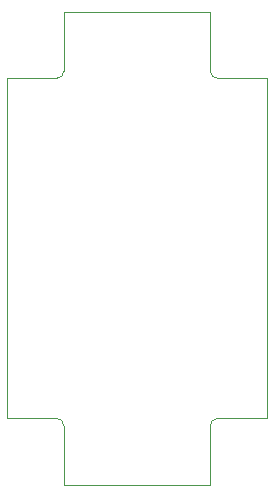
<source format=gbr>
%TF.GenerationSoftware,KiCad,Pcbnew,8.0.1*%
%TF.CreationDate,2024-06-22T11:42:11+02:00*%
%TF.ProjectId,night_light,6e696768-745f-46c6-9967-68742e6b6963,rev?*%
%TF.SameCoordinates,Original*%
%TF.FileFunction,Profile,NP*%
%FSLAX46Y46*%
G04 Gerber Fmt 4.6, Leading zero omitted, Abs format (unit mm)*
G04 Created by KiCad (PCBNEW 8.0.1) date 2024-06-22 11:42:11*
%MOMM*%
%LPD*%
G01*
G04 APERTURE LIST*
%TA.AperFunction,Profile*%
%ADD10C,0.100000*%
%TD*%
G04 APERTURE END LIST*
D10*
X127200000Y-135000000D02*
G75*
G02*
X127800000Y-134400000I600000J0D01*
G01*
X127200000Y-140000000D02*
X127200000Y-135000000D01*
X127800000Y-134400000D02*
X132000000Y-134400000D01*
X114800000Y-100000000D02*
X127200000Y-100000000D01*
X114200000Y-134400000D02*
G75*
G02*
X114800000Y-135000000I0J-600000D01*
G01*
X114800000Y-100000000D02*
X114800000Y-105000000D01*
X127200000Y-100000000D02*
X127200000Y-105000000D01*
X114800000Y-135000000D02*
X114800000Y-140000000D01*
X114800000Y-140000000D02*
X127200000Y-140000000D01*
X127800000Y-105600000D02*
X132000000Y-105600000D01*
X114200000Y-105600000D02*
X110000000Y-105600000D01*
X127800000Y-105600000D02*
G75*
G02*
X127200000Y-105000000I0J600000D01*
G01*
X114800000Y-105000000D02*
G75*
G02*
X114200000Y-105600000I-600000J0D01*
G01*
X114200000Y-134400000D02*
X110000000Y-134400000D01*
X110000000Y-134400000D02*
X110000000Y-105600000D01*
X132000000Y-105600000D02*
X132000000Y-134400000D01*
M02*

</source>
